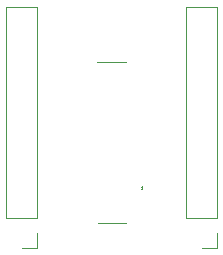
<source format=gto>
G04 #@! TF.GenerationSoftware,KiCad,Pcbnew,6.0.8+dfsg-1~bpo11+1*
G04 #@! TF.CreationDate,2023-08-01T09:03:40-04:00*
G04 #@! TF.ProjectId,fpc_1x16_conn_breakout,6670635f-3178-4313-965f-636f6e6e5f62,rev?*
G04 #@! TF.SameCoordinates,Original*
G04 #@! TF.FileFunction,Legend,Top*
G04 #@! TF.FilePolarity,Positive*
%FSLAX46Y46*%
G04 Gerber Fmt 4.6, Leading zero omitted, Abs format (unit mm)*
G04 Created by KiCad (PCBNEW 6.0.8+dfsg-1~bpo11+1) date 2023-08-01 09:03:40*
%MOMM*%
%LPD*%
G01*
G04 APERTURE LIST*
%ADD10C,0.200000*%
%ADD11C,0.100000*%
%ADD12C,0.120000*%
%ADD13R,1.600000X0.400000*%
%ADD14R,2.900000X1.400000*%
%ADD15R,1.700000X1.700000*%
%ADD16O,1.700000X1.700000*%
G04 APERTURE END LIST*
D10*
X175320000Y-92800000D02*
X175320000Y-92800000D01*
D11*
X173920000Y-95750000D02*
X171520000Y-95750000D01*
X173920000Y-95750000D02*
X173920000Y-95750000D01*
X173920000Y-82050000D02*
X173920000Y-82050000D01*
X171520000Y-95750000D02*
X173920000Y-95750000D01*
D10*
X175320000Y-92800000D02*
X175320000Y-92800000D01*
D11*
X173920000Y-82050000D02*
X171470000Y-82050000D01*
X171520000Y-95750000D02*
X171520000Y-95750000D01*
X171470000Y-82050000D02*
X171470000Y-82050000D01*
X171470000Y-82050000D02*
X173920000Y-82050000D01*
D10*
X175320000Y-92700000D02*
X175320000Y-92700000D01*
X175320000Y-92700000D02*
G75*
G03*
X175320000Y-92800000I0J-50000D01*
G01*
X175320000Y-92800000D02*
G75*
G03*
X175320000Y-92700000I0J50000D01*
G01*
X175320000Y-92800000D02*
G75*
G03*
X175320000Y-92700000I0J50000D01*
G01*
D12*
X166430000Y-95250000D02*
X163770000Y-95250000D01*
X166430000Y-77410000D02*
X163770000Y-77410000D01*
X166430000Y-95250000D02*
X166430000Y-77410000D01*
X166430000Y-96520000D02*
X166430000Y-97850000D01*
X163770000Y-95250000D02*
X163770000Y-77410000D01*
X166430000Y-97850000D02*
X165100000Y-97850000D01*
X181670000Y-95250000D02*
X179010000Y-95250000D01*
X181670000Y-77410000D02*
X179010000Y-77410000D01*
X181670000Y-95250000D02*
X181670000Y-77410000D01*
X181670000Y-96520000D02*
X181670000Y-97850000D01*
X179010000Y-95250000D02*
X179010000Y-77410000D01*
X181670000Y-97850000D02*
X180340000Y-97850000D01*
%LPC*%
D13*
X173920000Y-92650000D03*
X171520000Y-92150000D03*
X173920000Y-91650000D03*
X171520000Y-91150000D03*
X173920000Y-90650000D03*
X171520000Y-90150000D03*
X173920000Y-89650000D03*
X171520000Y-89150000D03*
X173920000Y-88650000D03*
X171520000Y-88150000D03*
X173920000Y-87650000D03*
X171520000Y-87150000D03*
X173920000Y-86650000D03*
X171520000Y-86150000D03*
X173920000Y-85650000D03*
X171520000Y-85150000D03*
D14*
X172720000Y-94350000D03*
X172720000Y-83450000D03*
D15*
X165100000Y-96520000D03*
D16*
X165100000Y-93980000D03*
X165100000Y-91440000D03*
X165100000Y-88900000D03*
X165100000Y-86360000D03*
X165100000Y-83820000D03*
X165100000Y-81280000D03*
X165100000Y-78740000D03*
D15*
X180340000Y-96520000D03*
D16*
X180340000Y-93980000D03*
X180340000Y-91440000D03*
X180340000Y-88900000D03*
X180340000Y-86360000D03*
X180340000Y-83820000D03*
X180340000Y-81280000D03*
X180340000Y-78740000D03*
M02*

</source>
